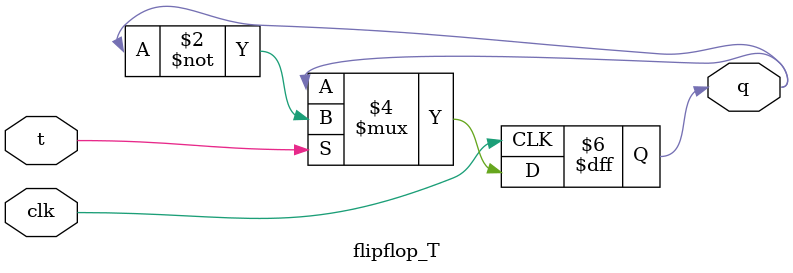
<source format=v>
module flipflop_T(input clk, input t, output reg q);

 always @(posedge clk) begin
  if (t)
   q <= ~q;
  
  else  
   q <= q;
 end
	
endmodule 
</source>
